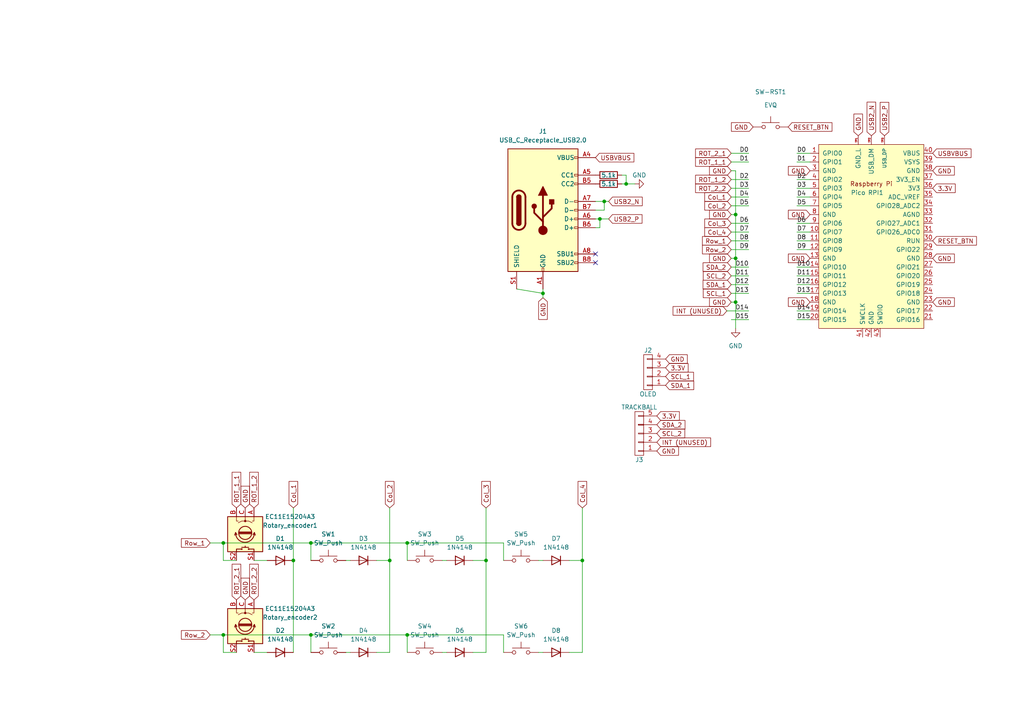
<source format=kicad_sch>
(kicad_sch (version 20211123) (generator eeschema)
  (paper "A4")
  (title_block (title "Pico_Macro"))
  (lib_symbols
    (symbol "Connector:USB_C_Receptacle_USB2.0" (pin_names (offset 1.016))
      (property "Reference" "J" (at -10.16 19.05 0))
      (property "Value" "USB_C_Receptacle_USB2.0" (at 19.05 19.05 0))
      (symbol "USB_C_Receptacle_USB2.0_0_0"
        (rectangle (start -0.254 -17.78) (end 0.254 -16.764))
        (rectangle (start 10.16 -14.986) (end 9.144 -15.494))
        (rectangle (start 10.16 -12.446) (end 9.144 -12.954))
        (rectangle (start 10.16 -4.826) (end 9.144 -5.334))
        (rectangle (start 10.16 -2.286) (end 9.144 -2.794))
        (rectangle (start 10.16 0.254) (end 9.144 -0.254))
        (rectangle (start 10.16 2.794) (end 9.144 2.286))
        (rectangle (start 10.16 7.874) (end 9.144 7.366))
        (rectangle (start 10.16 10.414) (end 9.144 9.906))
        (rectangle (start 10.16 15.494) (end 9.144 14.986))
      )
      (symbol "USB_C_Receptacle_USB2.0_0_1"
        (rectangle (start -10.16 17.78) (end 10.16 -17.78) (stroke (width 0.254)) (fill (type background)))
        (arc (start -8.89 -3.81) (mid -6.985 -5.715) (end -5.08 -3.81) (stroke (width 0.508)))
        (arc (start -7.62 -3.81) (mid -6.985 -4.445) (end -6.35 -3.81) (stroke (width 0.254)))
        (arc (start -7.62 -3.81) (mid -6.985 -4.445) (end -6.35 -3.81) (stroke (width 0.254)) (fill (type outline)))
        (rectangle (start -7.62 -3.81) (end -6.35 3.81) (stroke (width 0.254)) (fill (type outline)))
        (arc (start -6.35 3.81) (mid -6.985 4.445) (end -7.62 3.81) (stroke (width 0.254)))
        (arc (start -6.35 3.81) (mid -6.985 4.445) (end -7.62 3.81) (stroke (width 0.254)) (fill (type outline)))
        (arc (start -5.08 3.81) (mid -6.985 5.715) (end -8.89 3.81) (stroke (width 0.508)))
        (circle (center -2.54 1.143) (radius 0.635) (stroke (width 0.254)) (fill (type outline)))
        (circle (center 0 -5.842) (radius 1.27) (fill (type outline)))
        (polyline (pts (xy -8.89 -3.81) (xy -8.89 3.81)) (stroke (width 0.508)))
        (polyline (pts (xy -5.08 3.81) (xy -5.08 -3.81)) (stroke (width 0.508)))
        (polyline (pts (xy 0 -5.842) (xy 0 4.318)) (stroke (width 0.508)))
        (polyline (pts (xy 0 -3.302) (xy -2.54 -0.762) (xy -2.54 0.508)) (stroke (width 0.508)))
        (polyline (pts (xy 0 -2.032) (xy 2.54 0.508) (xy 2.54 1.778)) (stroke (width 0.508)))
        (polyline (pts (xy -1.27 4.318) (xy 0 6.858) (xy 1.27 4.318) (xy -1.27 4.318)) (stroke (width 0.254)) (fill (type outline)))
        (rectangle (start 1.905 1.778) (end 3.175 3.048) (stroke (width 0.254)) (fill (type outline)))
      )
      (symbol "USB_C_Receptacle_USB2.0_1_1"
        (pin passive line (at 0 -22.86 90) (length 5.08) (name "GND") (number "A1"))
        (pin passive line (at 0 -22.86 90) (length 5.08) hide (name "GND") (number "A12"))
        (pin passive line (at 15.24 15.24 180) (length 5.08) (name "VBUS") (number "A4"))
        (pin bidirectional line (at 15.24 10.16 180) (length 5.08) (name "CC1") (number "A5"))
        (pin bidirectional line (at 15.24 -2.54 180) (length 5.08) (name "D+") (number "A6"))
        (pin bidirectional line (at 15.24 2.54 180) (length 5.08) (name "D-") (number "A7"))
        (pin bidirectional line (at 15.24 -12.7 180) (length 5.08) (name "SBU1") (number "A8"))
        (pin passive line (at 15.24 15.24 180) (length 5.08) hide (name "VBUS") (number "A9"))
        (pin passive line (at 0 -22.86 90) (length 5.08) hide (name "GND") (number "B1"))
        (pin passive line (at 0 -22.86 90) (length 5.08) hide (name "GND") (number "B12"))
        (pin passive line (at 15.24 15.24 180) (length 5.08) hide (name "VBUS") (number "B4"))
        (pin bidirectional line (at 15.24 7.62 180) (length 5.08) (name "CC2") (number "B5"))
        (pin bidirectional line (at 15.24 -5.08 180) (length 5.08) (name "D+") (number "B6"))
        (pin bidirectional line (at 15.24 0 180) (length 5.08) (name "D-") (number "B7"))
        (pin bidirectional line (at 15.24 -15.24 180) (length 5.08) (name "SBU2") (number "B8"))
        (pin passive line (at 15.24 15.24 180) (length 5.08) hide (name "VBUS") (number "B9"))
        (pin passive line (at -7.62 -22.86 90) (length 5.08) (name "SHIELD") (number "S1"))
      )
    )
    (symbol "Device:R" (pin_numbers hide) (pin_names (offset 0))
      (property "Reference" "R" (at 2.032 0 90))
      (property "Value" "R" (at 0 0 90))
      (symbol "R_0_1"
        (rectangle (start -1.016 -2.54) (end 1.016 2.54) (stroke (width 0.254)))
      )
      (symbol "R_1_1"
        (pin passive line (at 0 3.81 270) (length 1.27) (name "~") (number "1"))
        (pin passive line (at 0 -3.81 90) (length 1.27) (name "~") (number "2"))
      )
    )
    (symbol "Device:RotaryEncoder_Switch" (pin_names (offset 0.254) hide)
      (property "Reference" "SW" (at 0 6.604 0))
      (property "Value" "RotaryEncoder_Switch" (at 0 -6.604 0))
      (symbol "RotaryEncoder_Switch_0_1"
        (rectangle (start -5.08 5.08) (end 5.08 -5.08) (stroke (width 0.254)) (fill (type background)))
        (circle (center -3.81 0) (radius 0.254) (fill (type outline)))
        (arc (start -0.381 -2.794) (mid 2.3622 -0.0635) (end -0.381 2.667) (stroke (width 0.254)))
        (circle (center -0.381 0) (radius 1.905) (stroke (width 0.254)))
        (polyline (pts (xy -0.635 -1.778) (xy -0.635 1.778)) (stroke (width 0.254)))
        (polyline (pts (xy -0.381 -1.778) (xy -0.381 1.778)) (stroke (width 0.254)))
        (polyline (pts (xy -0.127 1.778) (xy -0.127 -1.778)) (stroke (width 0.254)))
        (polyline (pts (xy 3.81 0) (xy 3.429 0)) (stroke (width 0.254)))
        (polyline (pts (xy 3.81 1.016) (xy 3.81 -1.016)) (stroke (width 0.254)))
        (polyline (pts (xy -5.08 -2.54) (xy -3.81 -2.54) (xy -3.81 -2.032)))
        (polyline (pts (xy -5.08 2.54) (xy -3.81 2.54) (xy -3.81 2.032)))
        (polyline (pts (xy 0.254 -3.048) (xy -0.508 -2.794) (xy 0.127 -2.413)) (stroke (width 0.254)))
        (polyline (pts (xy 0.254 2.921) (xy -0.508 2.667) (xy 0.127 2.286)) (stroke (width 0.254)))
        (polyline (pts (xy 5.08 -2.54) (xy 4.318 -2.54) (xy 4.318 -1.016)) (stroke (width 0.254)))
        (polyline (pts (xy 5.08 2.54) (xy 4.318 2.54) (xy 4.318 1.016)) (stroke (width 0.254)))
        (polyline (pts (xy -5.08 0) (xy -3.81 0) (xy -3.81 -1.016) (xy -3.302 -2.032)))
        (polyline (pts (xy -4.318 0) (xy -3.81 0) (xy -3.81 1.016) (xy -3.302 2.032)))
        (circle (center 4.318 -1.016) (radius 0.127) (stroke (width 0.254)))
        (circle (center 4.318 1.016) (radius 0.127) (stroke (width 0.254)))
      )
      (symbol "RotaryEncoder_Switch_1_1"
        (pin passive line (at -7.62 2.54 0) (length 2.54) (name "A") (number "A"))
        (pin passive line (at -7.62 -2.54 0) (length 2.54) (name "B") (number "B"))
        (pin passive line (at -7.62 0 0) (length 2.54) (name "C") (number "C"))
        (pin passive line (at 7.62 2.54 180) (length 2.54) (name "S1") (number "S1"))
        (pin passive line (at 7.62 -2.54 180) (length 2.54) (name "S2") (number "S2"))
      )
    )
    (symbol "Diode:1N4148" (pin_numbers hide) (pin_names (offset 1.016) hide)
      (property "Reference" "D" (at 0 2.54 0))
      (property "Value" "1N4148" (at 0 -2.54 0))
      (symbol "1N4148_0_1"
        (polyline (pts (xy -1.27 1.27) (xy -1.27 -1.27)) (stroke (width 0.254)))
        (polyline (pts (xy 1.27 0) (xy -1.27 0)))
        (polyline (pts (xy 1.27 1.27) (xy 1.27 -1.27) (xy -1.27 0) (xy 1.27 1.27)) (stroke (width 0.254)))
      )
      (symbol "1N4148_1_1"
        (pin passive line (at -3.81 0 0) (length 2.54) (name "K") (number "1"))
        (pin passive line (at 3.81 0 180) (length 2.54) (name "A") (number "2"))
      )
    )
    (symbol "MCU_RaspberryPi_and_Boards:Pico" (pin_names (offset 1.016))
      (property "Reference" "U" (at -13.97 27.94 0))
      (property "Value" "MCU_RaspberryPi_and_Boards_Pico" (at 0 12.7 0))
      (symbol "Pico_0_0"
        (text "Raspberry Pi" (at 0 15.24 0) (effects (font (size 1.27 1.27))))
      )
      (symbol "Pico_0_1"
        (rectangle (start -15.24 26.67) (end 15.24 -26.67) (fill (type background)))
      )
      (symbol "Pico_1_1"
        (pin bidirectional line (at -17.78 24.13 0) (length 2.54) (name "GPIO0") (number "1"))
        (pin bidirectional line (at -17.78 1.27 0) (length 2.54) (name "GPIO7") (number "10"))
        (pin bidirectional line (at -17.78 -1.27 0) (length 2.54) (name "GPIO8") (number "11"))
        (pin bidirectional line (at -17.78 -3.81 0) (length 2.54) (name "GPIO9") (number "12"))
        (pin power_in line (at -17.78 -6.35 0) (length 2.54) (name "GND") (number "13"))
        (pin bidirectional line (at -17.78 -8.89 0) (length 2.54) (name "GPIO10") (number "14"))
        (pin bidirectional line (at -17.78 -11.43 0) (length 2.54) (name "GPIO11") (number "15"))
        (pin bidirectional line (at -17.78 -13.97 0) (length 2.54) (name "GPIO12") (number "16"))
        (pin bidirectional line (at -17.78 -16.51 0) (length 2.54) (name "GPIO13") (number "17"))
        (pin power_in line (at -17.78 -19.05 0) (length 2.54) (name "GND") (number "18"))
        (pin bidirectional line (at -17.78 -21.59 0) (length 2.54) (name "GPIO14") (number "19"))
        (pin bidirectional line (at -17.78 21.59 0) (length 2.54) (name "GPIO1") (number "2"))
        (pin bidirectional line (at -17.78 -24.13 0) (length 2.54) (name "GPIO15") (number "20"))
        (pin bidirectional line (at 17.78 -24.13 180) (length 2.54) (name "GPIO16") (number "21"))
        (pin bidirectional line (at 17.78 -21.59 180) (length 2.54) (name "GPIO17") (number "22"))
        (pin power_in line (at 17.78 -19.05 180) (length 2.54) (name "GND") (number "23"))
        (pin bidirectional line (at 17.78 -16.51 180) (length 2.54) (name "GPIO18") (number "24"))
        (pin bidirectional line (at 17.78 -13.97 180) (length 2.54) (name "GPIO19") (number "25"))
        (pin bidirectional line (at 17.78 -11.43 180) (length 2.54) (name "GPIO20") (number "26"))
        (pin bidirectional line (at 17.78 -8.89 180) (length 2.54) (name "GPIO21") (number "27"))
        (pin power_in line (at 17.78 -6.35 180) (length 2.54) (name "GND") (number "28"))
        (pin bidirectional line (at 17.78 -3.81 180) (length 2.54) (name "GPIO22") (number "29"))
        (pin power_in line (at -17.78 19.05 0) (length 2.54) (name "GND") (number "3"))
        (pin input line (at 17.78 -1.27 180) (length 2.54) (name "RUN") (number "30"))
        (pin bidirectional line (at 17.78 1.27 180) (length 2.54) (name "GPIO26_ADC0") (number "31"))
        (pin bidirectional line (at 17.78 3.81 180) (length 2.54) (name "GPIO27_ADC1") (number "32"))
        (pin power_in line (at 17.78 6.35 180) (length 2.54) (name "AGND") (number "33"))
        (pin bidirectional line (at 17.78 8.89 180) (length 2.54) (name "GPIO28_ADC2") (number "34"))
        (pin unspecified line (at 17.78 11.43 180) (length 2.54) (name "ADC_VREF") (number "35"))
        (pin unspecified line (at 17.78 13.97 180) (length 2.54) (name "3V3") (number "36"))
        (pin input line (at 17.78 16.51 180) (length 2.54) (name "3V3_EN") (number "37"))
        (pin bidirectional line (at 17.78 19.05 180) (length 2.54) (name "GND") (number "38"))
        (pin unspecified line (at 17.78 21.59 180) (length 2.54) (name "VSYS") (number "39"))
        (pin bidirectional line (at -17.78 16.51 0) (length 2.54) (name "GPIO2") (number "4"))
        (pin unspecified line (at 17.78 24.13 180) (length 2.54) (name "VBUS") (number "40"))
        (pin input line (at -2.54 -29.21 90) (length 2.54) (name "SWCLK") (number "41"))
        (pin power_in line (at 0 -29.21 90) (length 2.54) (name "GND") (number "42"))
        (pin bidirectional line (at 2.54 -29.21 90) (length 2.54) (name "SWDIO") (number "43"))
        (pin bidirectional line (at -17.78 13.97 0) (length 2.54) (name "GPIO3") (number "5"))
        (pin bidirectional line (at -17.78 11.43 0) (length 2.54) (name "GPIO4") (number "6"))
        (pin bidirectional line (at -17.78 8.89 0) (length 2.54) (name "GPIO5") (number "7"))
        (pin power_in line (at -17.78 6.35 0) (length 2.54) (name "GND") (number "8"))
        (pin bidirectional line (at -17.78 3.81 0) (length 2.54) (name "GPIO6") (number "9"))
        (pin bidirectional line (at -3.81 29.21 270) (length 2.54) (name "GND_L") (number "TP1"))
        (pin bidirectional line (at 0 29.21 270) (length 2.54) (name "USB_DM") (number "TP2"))
        (pin bidirectional line (at 3.81 29.21 270) (length 2.54) (name "USB_DP") (number "TP3"))
      )
    )
    (symbol "OLED-Lily58-cache-Lily58_Pro-rescue_1" (pin_names (offset 1.016) hide)
      (property "Reference" "J3" (at 0 6.35 0))
      (property "Value" "TRACKBALL" (at 0 -8.89 0))
      (symbol "OLED-Lily58-cache-Lily58_Pro-rescue_1_0_1"
        (rectangle (start -1.27 -7.62) (end 1.27 5.08))
        (rectangle (start -1.27 -6.223) (end 0.254 -6.477))
        (rectangle (start -1.27 -3.683) (end 0.254 -3.937))
        (rectangle (start -1.27 -3.683) (end 0.254 -3.937))
        (rectangle (start -1.27 -1.143) (end 0.254 -1.397))
        (rectangle (start -1.27 1.397) (end 0.254 1.143))
        (rectangle (start -1.27 3.937) (end 0.254 3.683))
      )
      (symbol "OLED-Lily58-cache-Lily58_Pro-rescue_1_1_1"
        (pin passive line (at -5.08 3.81 0) (length 3.81) (name "P1") (number "1"))
        (pin passive line (at -5.08 1.27 0) (length 3.81) (name "P2") (number "2"))
        (pin passive line (at -5.08 -1.27 0) (length 3.81) (name "P3") (number "3"))
        (pin passive line (at -5.08 -3.81 0) (length 3.81) (name "P4") (number "4"))
        (pin passive line (at -5.08 -6.35 0) (length 3.81) (name "P5") (number "5"))
      )
    )
    (symbol "SofleKeyboard-rescue:OLED-Lily58-cache-Lily58_Pro-rescue" (pin_names (offset 1.016) hide)
      (property "Reference" "J" (at 0 6.35 0))
      (property "Value" "OLED-Lily58-cache-Lily58_Pro-rescue" (at 2.54 0 90))
      (symbol "OLED-Lily58-cache-Lily58_Pro-rescue_0_1"
        (rectangle (start -1.27 -3.683) (end 0.254 -3.937))
        (rectangle (start -1.27 -1.143) (end 0.254 -1.397))
        (rectangle (start -1.27 1.397) (end 0.254 1.143))
        (rectangle (start -1.27 3.937) (end 0.254 3.683))
        (rectangle (start -1.27 5.08) (end 1.27 -5.08))
      )
      (symbol "OLED-Lily58-cache-Lily58_Pro-rescue_1_1"
        (pin passive line (at -5.08 3.81 0) (length 3.81) (name "P1") (number "1"))
        (pin passive line (at -5.08 1.27 0) (length 3.81) (name "P2") (number "2"))
        (pin passive line (at -5.08 -1.27 0) (length 3.81) (name "P3") (number "3"))
        (pin passive line (at -5.08 -3.81 0) (length 3.81) (name "P4") (number "4"))
      )
    )
    (symbol "Switch:SW_Push" (pin_numbers hide) (pin_names (offset 1.016) hide)
      (property "Reference" "SW" (at 1.27 2.54 0))
      (property "Value" "SW_Push" (at 0 -1.524 0))
      (symbol "SW_Push_0_1"
        (circle (center -2.032 0) (radius 0.508))
        (polyline (pts (xy 0 1.27) (xy 0 3.048)))
        (polyline (pts (xy 2.54 1.27) (xy -2.54 1.27)))
        (circle (center 2.032 0) (radius 0.508))
        (pin passive line (at -5.08 0 0) (length 2.54) (name "1") (number "1"))
        (pin passive line (at 5.08 0 180) (length 2.54) (name "2") (number "2"))
      )
    )
    (symbol "power:GND" (power) (pin_names (offset 0))
      (property "Value" "GND" (at 0 -3.81 0))
      (symbol "GND_0_1"
        (polyline (pts (xy 0 0) (xy 0 -1.27) (xy 1.27 -1.27) (xy 0 -2.54) (xy -1.27 -1.27) (xy 0 -1.27)))
      )
      (symbol "GND_1_1"
        (pin power_in line (at 0 0 270) (length 0) hide (name "GND") (number "1"))
      )
    )
  )
  (junction (at 213.36 74.93))
  (junction (at 213.36 87.63))
  (junction (at 85.09 162.56))
  (junction (at 118.11 157.48))
  (junction (at 181.61 53.34))
  (junction (at 175.26 58.42))
  (junction (at 113.03 162.56))
  (junction (at 140.97 162.56))
  (junction (at 157.48 85.09))
  (junction (at 168.91 162.56))
  (junction (at 64.77 157.48))
  (junction (at 173.99 63.5))
  (junction (at 90.17 157.48))
  (junction (at 213.36 62.23))
  (junction (at 64.77 184.15))
  (junction (at 118.11 184.15))
  (junction (at 90.17 184.15))
  (no_connect (at 172.72 76.2))
  (no_connect (at 172.72 73.66))
  (wire (pts (xy 212.09 92.71) (xy 217.17 92.71)))
  (wire (pts (xy 156.21 189.23) (xy 157.48 189.23)))
  (wire (pts (xy 140.97 147.32) (xy 140.97 162.56)))
  (wire (pts (xy 109.22 189.23) (xy 113.03 189.23)))
  (wire (pts (xy 212.09 46.99) (xy 217.17 46.99)))
  (wire (pts (xy 180.34 53.34) (xy 181.61 53.34)))
  (wire (pts (xy 64.77 157.48) (xy 90.17 157.48)))
  (wire (pts (xy 212.09 77.47) (xy 217.17 77.47)))
  (wire (pts (xy 172.72 60.96) (xy 175.26 60.96)))
  (wire (pts (xy 212.09 85.09) (xy 217.17 85.09)))
  (wire (pts (xy 85.09 147.32) (xy 85.09 162.56)))
  (wire (pts (xy 210.82 90.17) (xy 217.17 90.17)))
  (wire (pts (xy 231.14 59.69) (xy 234.95 59.69)))
  (wire (pts (xy 212.09 64.77) (xy 217.17 64.77)))
  (wire (pts (xy 181.61 53.34) (xy 184.15 53.34)))
  (wire (pts (xy 68.58 162.56) (xy 64.77 162.56)))
  (wire (pts (xy 231.14 77.47) (xy 234.95 77.47)))
  (wire (pts (xy 128.27 162.56) (xy 129.54 162.56)))
  (wire (pts (xy 212.09 74.93) (xy 213.36 74.93)))
  (wire (pts (xy 118.11 184.15) (xy 118.11 189.23)))
  (wire (pts (xy 181.61 50.8) (xy 181.61 53.34)))
  (wire (pts (xy 73.66 189.23) (xy 77.47 189.23)))
  (wire (pts (xy 64.77 184.15) (xy 90.17 184.15)))
  (wire (pts (xy 137.16 162.56) (xy 140.97 162.56)))
  (wire (pts (xy 64.77 162.56) (xy 64.77 157.48)))
  (wire (pts (xy 213.36 62.23) (xy 213.36 74.93)))
  (wire (pts (xy 231.14 57.15) (xy 234.95 57.15)))
  (wire (pts (xy 172.72 63.5) (xy 173.99 63.5)))
  (wire (pts (xy 213.36 74.93) (xy 213.36 87.63)))
  (wire (pts (xy 231.14 90.17) (xy 234.95 90.17)))
  (wire (pts (xy 137.16 189.23) (xy 140.97 189.23)))
  (wire (pts (xy 231.14 64.77) (xy 234.95 64.77)))
  (wire (pts (xy 212.09 52.07) (xy 217.17 52.07)))
  (wire (pts (xy 90.17 157.48) (xy 90.17 162.56)))
  (wire (pts (xy 231.14 46.99) (xy 234.95 46.99)))
  (wire (pts (xy 60.96 184.15) (xy 64.77 184.15)))
  (wire (pts (xy 231.14 80.01) (xy 234.95 80.01)))
  (wire (pts (xy 212.09 80.01) (xy 217.17 80.01)))
  (wire (pts (xy 212.09 82.55) (xy 217.17 82.55)))
  (wire (pts (xy 173.99 66.04) (xy 173.99 63.5)))
  (wire (pts (xy 231.14 52.07) (xy 234.95 52.07)))
  (wire (pts (xy 180.34 50.8) (xy 181.61 50.8)))
  (wire (pts (xy 146.05 184.15) (xy 146.05 189.23)))
  (wire (pts (xy 231.14 54.61) (xy 234.95 54.61)))
  (wire (pts (xy 64.77 189.23) (xy 64.77 184.15)))
  (wire (pts (xy 146.05 157.48) (xy 146.05 162.56)))
  (wire (pts (xy 168.91 147.32) (xy 168.91 162.56)))
  (wire (pts (xy 140.97 162.56) (xy 140.97 189.23)))
  (wire (pts (xy 100.33 162.56) (xy 101.6 162.56)))
  (wire (pts (xy 231.14 67.31) (xy 234.95 67.31)))
  (wire (pts (xy 90.17 184.15) (xy 118.11 184.15)))
  (wire (pts (xy 213.36 87.63) (xy 213.36 95.25)))
  (wire (pts (xy 231.14 82.55) (xy 234.95 82.55)))
  (wire (pts (xy 212.09 67.31) (xy 217.17 67.31)))
  (wire (pts (xy 212.09 87.63) (xy 213.36 87.63)))
  (wire (pts (xy 118.11 184.15) (xy 146.05 184.15)))
  (wire (pts (xy 165.1 162.56) (xy 168.91 162.56)))
  (wire (pts (xy 212.09 54.61) (xy 217.17 54.61)))
  (wire (pts (xy 231.14 92.71) (xy 234.95 92.71)))
  (wire (pts (xy 213.36 49.53) (xy 213.36 62.23)))
  (wire (pts (xy 172.72 58.42) (xy 175.26 58.42)))
  (wire (pts (xy 100.33 189.23) (xy 101.6 189.23)))
  (wire (pts (xy 149.86 83.82) (xy 157.48 85.09)))
  (wire (pts (xy 231.14 72.39) (xy 234.95 72.39)))
  (wire (pts (xy 231.14 85.09) (xy 234.95 85.09)))
  (wire (pts (xy 118.11 157.48) (xy 146.05 157.48)))
  (wire (pts (xy 60.96 157.48) (xy 64.77 157.48)))
  (wire (pts (xy 113.03 147.32) (xy 113.03 162.56)))
  (wire (pts (xy 231.14 44.45) (xy 234.95 44.45)))
  (wire (pts (xy 173.99 63.5) (xy 176.53 63.5)))
  (wire (pts (xy 90.17 184.15) (xy 90.17 189.23)))
  (wire (pts (xy 73.66 162.56) (xy 77.47 162.56)))
  (wire (pts (xy 212.09 69.85) (xy 217.17 69.85)))
  (wire (pts (xy 85.09 162.56) (xy 85.09 189.23)))
  (wire (pts (xy 109.22 162.56) (xy 113.03 162.56)))
  (wire (pts (xy 175.26 58.42) (xy 176.53 58.42)))
  (wire (pts (xy 68.58 189.23) (xy 64.77 189.23)))
  (wire (pts (xy 212.09 62.23) (xy 213.36 62.23)))
  (wire (pts (xy 157.48 85.09) (xy 157.48 86.36)))
  (wire (pts (xy 118.11 157.48) (xy 118.11 162.56)))
  (wire (pts (xy 156.21 162.56) (xy 157.48 162.56)))
  (wire (pts (xy 113.03 162.56) (xy 113.03 189.23)))
  (wire (pts (xy 128.27 189.23) (xy 129.54 189.23)))
  (wire (pts (xy 157.48 85.09) (xy 157.48 83.82)))
  (wire (pts (xy 212.09 57.15) (xy 217.17 57.15)))
  (wire (pts (xy 168.91 162.56) (xy 168.91 189.23)))
  (wire (pts (xy 172.72 66.04) (xy 173.99 66.04)))
  (wire (pts (xy 212.09 59.69) (xy 217.17 59.69)))
  (wire (pts (xy 175.26 58.42) (xy 175.26 60.96)))
  (wire (pts (xy 90.17 157.48) (xy 118.11 157.48)))
  (wire (pts (xy 212.09 44.45) (xy 217.17 44.45)))
  (wire (pts (xy 165.1 189.23) (xy 168.91 189.23)))
  (wire (pts (xy 231.14 69.85) (xy 234.95 69.85)))
  (wire (pts (xy 212.09 72.39) (xy 217.17 72.39)))
  (wire (pts (xy 212.09 49.53) (xy 213.36 49.53)))
  (label "D9" (at 231.14 72.39 0))
  (label "D14" (at 217.17 90.17 180))
  (label "D1" (at 217.17 46.99 180))
  (label "D9" (at 217.17 72.39 180))
  (label "D5" (at 231.14 59.69 0))
  (label "D12" (at 231.14 82.55 0))
  (label "D6" (at 217.17 64.77 180))
  (label "D10" (at 217.17 77.47 180))
  (label "D7" (at 231.14 67.31 0))
  (label "D13" (at 217.17 85.09 180))
  (label "D5" (at 217.17 59.69 180))
  (label "D14" (at 231.14 90.17 0))
  (label "D6" (at 231.14 64.77 0))
  (label "D0" (at 231.14 44.45 0))
  (label "D11" (at 217.17 80.01 180))
  (label "D0" (at 217.17 44.45 180))
  (label "D13" (at 231.14 85.09 0))
  (label "D8" (at 231.14 69.85 0))
  (label "D8" (at 217.17 69.85 180))
  (label "D1" (at 231.14 46.99 0))
  (label "D15" (at 217.17 92.71 180))
  (label "D15" (at 231.14 92.71 0))
  (label "D10" (at 231.14 77.47 0))
  (label "D4" (at 231.14 57.15 0))
  (label "D7" (at 217.17 67.31 180))
  (label "D11" (at 231.14 80.01 0))
  (label "D12" (at 217.17 82.55 180))
  (label "D2" (at 231.14 52.07 0))
  (label "D3" (at 231.14 54.61 0))
  (label "D3" (at 217.17 54.61 180))
  (label "D4" (at 217.17 57.15 180))
  (label "D2" (at 217.17 52.07 180))
  (global_label "GND" (shape input) (at 212.09 62.23 180) (property "Intersheet References" "${INTERSHEET_REFS}" (effects hide)))
  (global_label "GND" (shape input) (at 212.09 87.63 180) (property "Intersheet References" "${INTERSHEET_REFS}" (effects hide)))
  (global_label "3.3V" (shape input) (at 270.51 54.61 0) (property "Intersheet References" "${INTERSHEET_REFS}" (effects hide)))
  (global_label "SCL_1" (shape input) (at 193.04 109.22 0) (property "Intersheet References" "${INTERSHEET_REFS}" (effects hide)))
  (global_label "GND" (shape input) (at 248.92 39.37 90) (property "Intersheet References" "${INTERSHEET_REFS}" (effects hide)))
  (global_label "Row_2" (shape input) (at 60.96 184.15 180) (property "Intersheet References" "${INTERSHEET_REFS}" (effects hide)))
  (global_label "ROT_1_1" (shape input) (at 212.09 46.99 180) (property "Intersheet References" "${INTERSHEET_REFS}" (effects hide)))
  (global_label "USBVBUS" (shape input) (at 172.72 45.72 0) (property "Intersheet References" "${INTERSHEET_REFS}" (effects hide)))
  (global_label "GND" (shape input) (at 157.48 86.36 270) (property "Intersheet References" "${INTERSHEET_REFS}" (effects hide)))
  (global_label "ROT_1_2" (shape input) (at 73.66 147.32 90) (property "Intersheet References" "${INTERSHEET_REFS}" (effects hide)))
  (global_label "USB2_N" (shape input) (at 252.73 39.37 90) (property "Intersheet References" "${INTERSHEET_REFS}" (effects hide)))
  (global_label "SDA_1" (shape input) (at 193.04 111.76 0) (property "Intersheet References" "${INTERSHEET_REFS}" (effects hide)))
  (global_label "SDA_2" (shape input) (at 190.5 123.19 0) (property "Intersheet References" "${INTERSHEET_REFS}" (effects hide)))
  (global_label "SCL_2" (shape input) (at 212.09 80.01 180) (property "Intersheet References" "${INTERSHEET_REFS}" (effects hide)))
  (global_label "3.3V" (shape input) (at 190.5 120.65 0) (property "Intersheet References" "${INTERSHEET_REFS}" (effects hide)))
  (global_label "Col_2" (shape input) (at 212.09 59.69 180) (property "Intersheet References" "${INTERSHEET_REFS}" (effects hide)))
  (global_label "Row_1" (shape input) (at 212.09 69.85 180) (property "Intersheet References" "${INTERSHEET_REFS}" (effects hide)))
  (global_label "ROT_2_1" (shape input) (at 68.58 173.99 90) (property "Intersheet References" "${INTERSHEET_REFS}" (effects hide)))
  (global_label "Col_4" (shape input) (at 212.09 67.31 180) (property "Intersheet References" "${INTERSHEET_REFS}" (effects hide)))
  (global_label "3.3V" (shape input) (at 193.04 106.68 0) (property "Intersheet References" "${INTERSHEET_REFS}" (effects hide)))
  (global_label "RESET_BTN" (shape input) (at 228.6 36.83 0) (property "Intersheet References" "${INTERSHEET_REFS}" (effects hide)))
  (global_label "GND" (shape input) (at 212.09 74.93 180) (property "Intersheet References" "${INTERSHEET_REFS}" (effects hide)))
  (global_label "GND" (shape input) (at 190.5 130.81 0) (property "Intersheet References" "${INTERSHEET_REFS}" (effects hide)))
  (global_label "GND" (shape input) (at 212.09 49.53 180) (property "Intersheet References" "${INTERSHEET_REFS}" (effects hide)))
  (global_label "ROT_2_2" (shape input) (at 212.09 54.61 180) (property "Intersheet References" "${INTERSHEET_REFS}" (effects hide)))
  (global_label "GND" (shape input) (at 234.95 62.23 180) (property "Intersheet References" "${INTERSHEET_REFS}" (effects hide)))
  (global_label "Col_4" (shape input) (at 168.91 147.32 90) (property "Intersheet References" "${INTERSHEET_REFS}" (effects hide)))
  (global_label "Col_3" (shape input) (at 212.09 64.77 180) (property "Intersheet References" "${INTERSHEET_REFS}" (effects hide)))
  (global_label "ROT_1_1" (shape input) (at 68.58 147.32 90) (property "Intersheet References" "${INTERSHEET_REFS}" (effects hide)))
  (global_label "USB2_P" (shape input) (at 176.53 63.5 0) (property "Intersheet References" "${INTERSHEET_REFS}" (effects hide)))
  (global_label "GND" (shape input) (at 71.12 147.32 90) (property "Intersheet References" "${INTERSHEET_REFS}" (effects hide)))
  (global_label "USBVBUS" (shape input) (at 270.51 44.45 0) (property "Intersheet References" "${INTERSHEET_REFS}" (effects hide)))
  (global_label "GND" (shape input) (at 234.95 87.63 180) (property "Intersheet References" "${INTERSHEET_REFS}" (effects hide)))
  (global_label "Col_1" (shape input) (at 212.09 57.15 180) (property "Intersheet References" "${INTERSHEET_REFS}" (effects hide)))
  (global_label "GND" (shape input) (at 270.51 74.93 0) (property "Intersheet References" "${INTERSHEET_REFS}" (effects hide)))
  (global_label "ROT_2_2" (shape input) (at 73.66 173.99 90) (property "Intersheet References" "${INTERSHEET_REFS}" (effects hide)))
  (global_label "GND" (shape input) (at 218.44 36.83 180) (property "Intersheet References" "${INTERSHEET_REFS}" (effects hide)))
  (global_label "Row_1" (shape input) (at 60.96 157.48 180) (property "Intersheet References" "${INTERSHEET_REFS}" (effects hide)))
  (global_label "GND" (shape input) (at 234.95 49.53 180) (property "Intersheet References" "${INTERSHEET_REFS}" (effects hide)))
  (global_label "GND" (shape input) (at 270.51 87.63 0) (property "Intersheet References" "${INTERSHEET_REFS}" (effects hide)))
  (global_label "INT (UNUSED)" (shape input) (at 210.82 90.17 180) (property "Intersheet References" "${INTERSHEET_REFS}" (effects hide)))
  (global_label "SCL_1" (shape input) (at 212.09 85.09 180) (property "Intersheet References" "${INTERSHEET_REFS}" (effects hide)))
  (global_label "ROT_2_1" (shape input) (at 212.09 44.45 180) (property "Intersheet References" "${INTERSHEET_REFS}" (effects hide)))
  (global_label "GND" (shape input) (at 270.51 49.53 0) (property "Intersheet References" "${INTERSHEET_REFS}" (effects hide)))
  (global_label "Col_3" (shape input) (at 140.97 147.32 90) (property "Intersheet References" "${INTERSHEET_REFS}" (effects hide)))
  (global_label "SDA_1" (shape input) (at 212.09 82.55 180) (property "Intersheet References" "${INTERSHEET_REFS}" (effects hide)))
  (global_label "GND" (shape input) (at 234.95 74.93 180) (property "Intersheet References" "${INTERSHEET_REFS}" (effects hide)))
  (global_label "USB2_N" (shape input) (at 176.53 58.42 0) (property "Intersheet References" "${INTERSHEET_REFS}" (effects hide)))
  (global_label "GND" (shape input) (at 193.04 104.14 0) (property "Intersheet References" "${INTERSHEET_REFS}" (effects hide)))
  (global_label "Row_2" (shape input) (at 212.09 72.39 180) (property "Intersheet References" "${INTERSHEET_REFS}" (effects hide)))
  (global_label "INT (UNUSED)" (shape input) (at 190.5 128.27 0) (property "Intersheet References" "${INTERSHEET_REFS}" (effects hide)))
  (global_label "ROT_1_2" (shape input) (at 212.09 52.07 180) (property "Intersheet References" "${INTERSHEET_REFS}" (effects hide)))
  (global_label "GND" (shape input) (at 71.12 173.99 90) (property "Intersheet References" "${INTERSHEET_REFS}" (effects hide)))
  (global_label "Col_2" (shape input) (at 113.03 147.32 90) (property "Intersheet References" "${INTERSHEET_REFS}" (effects hide)))
  (global_label "USB2_P" (shape input) (at 256.54 39.37 90) (property "Intersheet References" "${INTERSHEET_REFS}" (effects hide)))
  (global_label "SDA_2" (shape input) (at 212.09 77.47 180) (property "Intersheet References" "${INTERSHEET_REFS}" (effects hide)))
  (global_label "Col_1" (shape input) (at 85.09 147.32 90) (property "Intersheet References" "${INTERSHEET_REFS}" (effects hide)))
  (global_label "RESET_BTN" (shape input) (at 270.51 69.85 0) (property "Intersheet References" "${INTERSHEET_REFS}" (effects hide)))
  (global_label "SCL_2" (shape input) (at 190.5 125.73 0) (property "Intersheet References" "${INTERSHEET_REFS}" (effects hide)))
  (symbol (lib_id "Diode:1N4148") (at 133.35 189.23 0) (mirror y) (unit 1)
    (property "Reference" "D6" (at 133.35 182.88 0))
    (property "Value" "1N4148" (at 133.35 185.42 0))
    (property "Footprint" "Diode_THT:D_DO-35_SOD27_P7.62mm_Horizontal" (effects hide))
    (property "Datasheet" "https://assets.nexperia.com/documents/data-sheet/1N4148_1N4448.pdf" (effects hide))
  )
  (symbol (lib_id "Device:R") (at 176.53 50.8 270) (unit 1)
    (property "Reference" "R1" (effects hide))
    (property "Value" "5.1k" (at 176.53 50.8 90))
    (property "Footprint" "Resistor_THT:R_Axial_DIN0207_L6.3mm_D2.5mm_P7.62mm_Horizontal" (effects hide))
  )
  (symbol (lib_id "MCU_RaspberryPi_and_Boards:Pico") (at 252.73 68.58 0) (unit 1)
    (property "Reference" "RPI1" (at 254 55.88 0))
    (property "Value" "Pico" (at 248.92 55.88 0))
    (property "Footprint" "EM_Extras:RPi_Pico_SMD_TH" (effects hide))
  )
  (symbol (lib_id "Diode:1N4148") (at 105.41 162.56 0) (mirror y) (unit 1)
    (property "Reference" "D3" (at 105.41 156.21 0))
    (property "Value" "1N4148" (at 105.41 158.75 0))
    (property "Footprint" "Diode_THT:D_DO-35_SOD27_P7.62mm_Horizontal" (effects hide))
    (property "Datasheet" "https://assets.nexperia.com/documents/data-sheet/1N4148_1N4448.pdf" (effects hide))
  )
  (symbol (lib_id "Diode:1N4148") (at 81.28 189.23 180) (unit 1)
    (property "Reference" "D2" (at 81.28 182.88 0))
    (property "Value" "1N4148" (at 81.28 185.42 0))
    (property "Footprint" "Diode_THT:D_DO-35_SOD27_P7.62mm_Horizontal" (effects hide))
    (property "Datasheet" "https://assets.nexperia.com/documents/data-sheet/1N4148_1N4448.pdf" (effects hide))
  )
  (symbol (lib_id "Switch:SW_Push") (at 95.25 189.23 0) (unit 1)
    (property "Reference" "SW2" (at 95.25 181.61 0))
    (property "Value" "SW_Push" (at 95.25 184.15 0))
    (property "Footprint" "Switch_Keyboard_Cherry_MX:SW_Cherry_MX_PCB_1.00u" (effects hide))
  )
  (symbol (lib_id "Switch:SW_Push") (at 151.13 189.23 0) (unit 1)
    (property "Reference" "SW6" (at 151.13 181.61 0))
    (property "Value" "SW_Push" (at 151.13 184.15 0))
    (property "Footprint" "Switch_Keyboard_Cherry_MX:SW_Cherry_MX_PCB_1.00u" (effects hide))
  )
  (symbol (lib_id "Switch:SW_Push") (at 123.19 189.23 0) (unit 1)
    (property "Reference" "SW4" (at 123.19 181.61 0))
    (property "Value" "SW_Push" (at 123.19 184.15 0))
    (property "Footprint" "Switch_Keyboard_Cherry_MX:SW_Cherry_MX_PCB_1.00u" (effects hide))
  )
  (symbol (lib_id "power:GND") (at 184.15 53.34 90) (unit 1)
    (property "Reference" "#PWR01" (effects hide))
    (property "Value" "GND" (at 185.42 50.8 90))
  )
  (symbol (lib_name "OLED-Lily58-cache-Lily58_Pro-rescue_1") (lib_id "SofleKeyboard-rescue:OLED-Lily58-cache-Lily58_Pro-rescue") (at 185.42 127 180) (unit 1)
    (property "Reference" "J3" (at 185.42 133.35 0))
    (property "Value" "TRACKBALL" (at 185.42 118.11 0))
    (property "Footprint" "5pin OLED:OLED_5Pin" (effects hide))
  )
  (symbol (lib_id "Device:RotaryEncoder_Switch") (at 71.12 181.61 270) (unit 1)
    (property "Reference" "Rotary_encoder2" (at 76.2 179.07 90) (effects (justify left)))
    (property "Value" "EC11E15204A3" (at 91.44 176.53 90) (effects (justify right)))
    (property "Footprint" "alps_encoder:RotaryEncoder_Alps_EC11E-Switch_Vertical_H20mm-keebio_modified" (effects hide))
  )
  (symbol (lib_id "Switch:SW_Push") (at 151.13 162.56 0) (unit 1)
    (property "Reference" "SW5" (at 151.13 154.94 0))
    (property "Value" "SW_Push" (at 151.13 157.48 0))
    (property "Footprint" "Switch_Keyboard_Cherry_MX:SW_Cherry_MX_PCB_1.00u" (effects hide))
  )
  (symbol (lib_id "Device:R") (at 176.53 53.34 270) (unit 1)
    (property "Reference" "R2" (effects hide))
    (property "Value" "5.1k" (at 176.53 53.34 90))
    (property "Footprint" "Resistor_THT:R_Axial_DIN0207_L6.3mm_D2.5mm_P7.62mm_Horizontal" (effects hide))
  )
  (symbol (lib_id "Diode:1N4148") (at 161.29 162.56 0) (mirror y) (unit 1)
    (property "Reference" "D7" (at 161.29 156.21 0))
    (property "Value" "1N4148" (at 161.29 158.75 0))
    (property "Footprint" "Diode_THT:D_DO-35_SOD27_P7.62mm_Horizontal" (effects hide))
    (property "Datasheet" "https://assets.nexperia.com/documents/data-sheet/1N4148_1N4448.pdf" (effects hide))
  )
  (symbol (lib_id "Diode:1N4148") (at 161.29 189.23 0) (mirror y) (unit 1)
    (property "Reference" "D8" (at 161.29 182.88 0))
    (property "Value" "1N4148" (at 161.29 185.42 0))
    (property "Footprint" "Diode_THT:D_DO-35_SOD27_P7.62mm_Horizontal" (effects hide))
    (property "Datasheet" "https://assets.nexperia.com/documents/data-sheet/1N4148_1N4448.pdf" (effects hide))
  )
  (symbol (lib_id "Connector:USB_C_Receptacle_USB2.0") (at 157.48 60.96 0) (unit 1)
    (property "Reference" "J1" (at 157.48 38.1 0))
    (property "Value" "USB_C_Receptacle_USB2.0" (at 157.48 40.64 0))
    (property "Footprint" "USB-C-COnnector:USB_C_GCT_USB4085" (effects hide))
    (property "Datasheet" "https://www.usb.org/sites/default/files/documents/usb_type-c.zip" (effects hide))
  )
  (symbol (lib_id "Device:RotaryEncoder_Switch") (at 71.12 154.94 270) (unit 1)
    (property "Reference" "Rotary_encoder1" (at 76.2 152.4 90) (effects (justify left)))
    (property "Value" "EC11E15204A3" (at 91.44 149.86 90) (effects (justify right)))
    (property "Footprint" "alps_encoder:RotaryEncoder_Alps_EC11E-Switch_Vertical_H20mm-keebio_modified" (effects hide))
  )
  (symbol (lib_id "power:GND") (at 213.36 95.25 0) (unit 1)
    (property "Reference" "#PWR02" (effects hide))
    (property "Value" "GND" (at 213.36 100.33 0))
  )
  (symbol (lib_id "SofleKeyboard-rescue:OLED-Lily58-cache-Lily58_Pro-rescue") (at 187.96 107.95 180) (unit 1)
    (property "Reference" "J2" (at 187.96 101.6 0))
    (property "Value" "OLED" (at 187.96 114.3 0))
    (property "Footprint" "Lily58-footprint:OLED_4Pin" (effects hide))
  )
  (symbol (lib_id "Switch:SW_Push") (at 223.52 36.83 0) (unit 1)
    (property "Reference" "SW-RST1" (at 223.52 26.67 0))
    (property "Value" "EVQ" (at 223.52 30.48 0))
    (property "Footprint" "tact_switch:TACT_SWITCH_TVBP06" (effects hide))
  )
  (symbol (lib_id "Diode:1N4148") (at 133.35 162.56 0) (mirror y) (unit 1)
    (property "Reference" "D5" (at 133.35 156.21 0))
    (property "Value" "1N4148" (at 133.35 158.75 0))
    (property "Footprint" "Diode_THT:D_DO-35_SOD27_P7.62mm_Horizontal" (effects hide))
    (property "Datasheet" "https://assets.nexperia.com/documents/data-sheet/1N4148_1N4448.pdf" (effects hide))
  )
  (symbol (lib_id "Diode:1N4148") (at 105.41 189.23 0) (mirror y) (unit 1)
    (property "Reference" "D4" (at 105.41 182.88 0))
    (property "Value" "1N4148" (at 105.41 185.42 0))
    (property "Footprint" "Diode_THT:D_DO-35_SOD27_P7.62mm_Horizontal" (effects hide))
    (property "Datasheet" "https://assets.nexperia.com/documents/data-sheet/1N4148_1N4448.pdf" (effects hide))
  )
  (symbol (lib_id "Switch:SW_Push") (at 123.19 162.56 0) (unit 1)
    (property "Reference" "SW3" (at 123.19 154.94 0))
    (property "Value" "SW_Push" (at 123.19 157.48 0))
    (property "Footprint" "Switch_Keyboard_Cherry_MX:SW_Cherry_MX_PCB_1.00u" (effects hide))
  )
  (symbol (lib_id "Switch:SW_Push") (at 95.25 162.56 0) (unit 1)
    (property "Reference" "SW1" (at 95.25 154.94 0))
    (property "Value" "SW_Push" (at 95.25 157.48 0))
    (property "Footprint" "Switch_Keyboard_Cherry_MX:SW_Cherry_MX_PCB_1.00u" (effects hide))
  )
  (symbol (lib_id "Diode:1N4148") (at 81.28 162.56 180) (unit 1)
    (property "Reference" "D1" (at 81.28 156.21 0))
    (property "Value" "1N4148" (at 81.28 158.75 0))
    (property "Footprint" "Diode_THT:D_DO-35_SOD27_P7.62mm_Horizontal" (effects hide))
    (property "Datasheet" "https://assets.nexperia.com/documents/data-sheet/1N4148_1N4448.pdf" (effects hide))
  )
)
</source>
